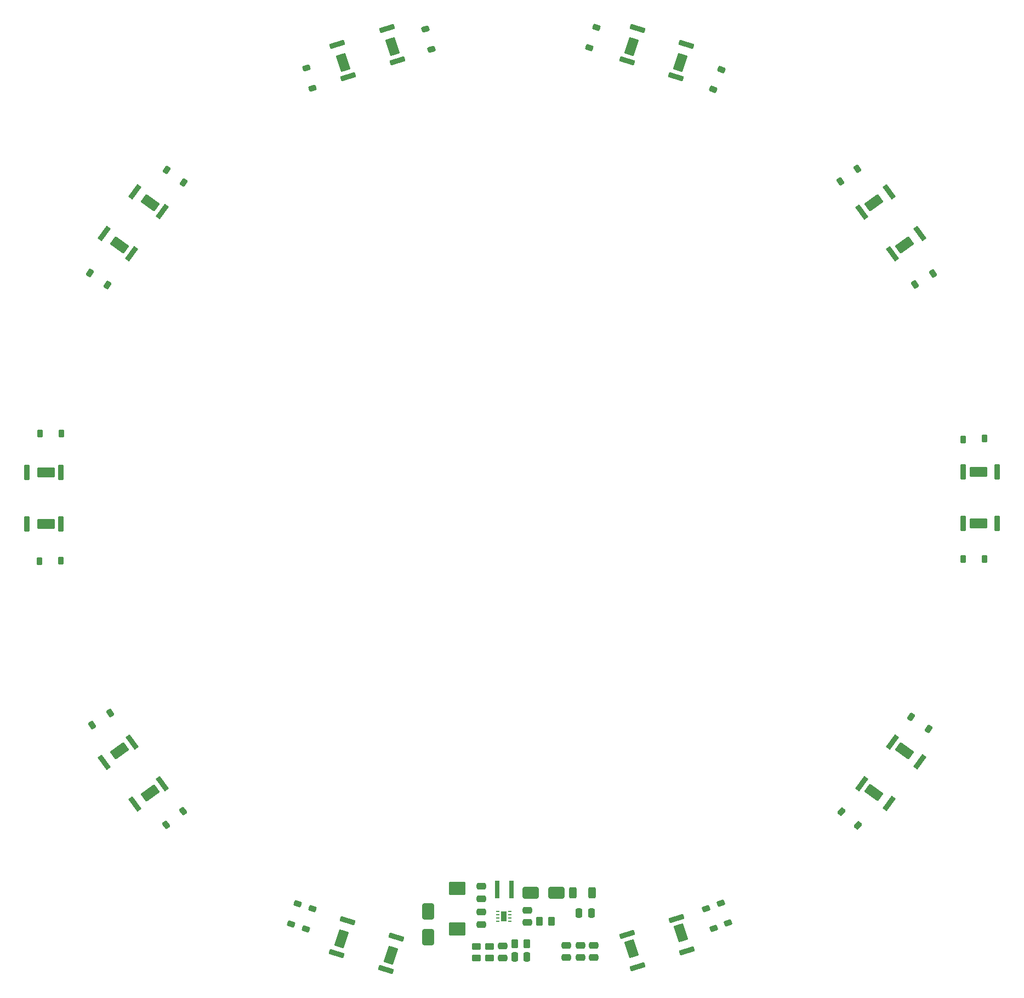
<source format=gbr>
%TF.GenerationSoftware,KiCad,Pcbnew,9.0.6*%
%TF.CreationDate,2026-01-21T21:36:57+08:00*%
%TF.ProjectId,Ledx10,4c656478-3130-42e6-9b69-6361645f7063,rev?*%
%TF.SameCoordinates,Original*%
%TF.FileFunction,Paste,Top*%
%TF.FilePolarity,Positive*%
%FSLAX46Y46*%
G04 Gerber Fmt 4.6, Leading zero omitted, Abs format (unit mm)*
G04 Created by KiCad (PCBNEW 9.0.6) date 2026-01-21 21:36:57*
%MOMM*%
%LPD*%
G01*
G04 APERTURE LIST*
G04 Aperture macros list*
%AMRoundRect*
0 Rectangle with rounded corners*
0 $1 Rounding radius*
0 $2 $3 $4 $5 $6 $7 $8 $9 X,Y pos of 4 corners*
0 Add a 4 corners polygon primitive as box body*
4,1,4,$2,$3,$4,$5,$6,$7,$8,$9,$2,$3,0*
0 Add four circle primitives for the rounded corners*
1,1,$1+$1,$2,$3*
1,1,$1+$1,$4,$5*
1,1,$1+$1,$6,$7*
1,1,$1+$1,$8,$9*
0 Add four rect primitives between the rounded corners*
20,1,$1+$1,$2,$3,$4,$5,0*
20,1,$1+$1,$4,$5,$6,$7,0*
20,1,$1+$1,$6,$7,$8,$9,0*
20,1,$1+$1,$8,$9,$2,$3,0*%
G04 Aperture macros list end*
%ADD10RoundRect,0.225000X0.225000X0.375000X-0.225000X0.375000X-0.225000X-0.375000X0.225000X-0.375000X0*%
%ADD11RoundRect,0.225000X0.424398X-0.105529X0.292831X0.324808X-0.424398X0.105529X-0.292831X-0.324808X0*%
%ADD12RoundRect,0.250000X0.475000X-0.250000X0.475000X0.250000X-0.475000X0.250000X-0.475000X-0.250000X0*%
%ADD13RoundRect,0.250000X-0.250000X-0.475000X0.250000X-0.475000X0.250000X0.475000X-0.250000X0.475000X0*%
%ADD14RoundRect,0.100000X-0.300000X-1.100000X0.300000X-1.100000X0.300000X1.100000X-0.300000X1.100000X0*%
%ADD15RoundRect,0.100000X-1.215000X-0.660000X1.215000X-0.660000X1.215000X0.660000X-1.215000X0.660000X0*%
%ADD16RoundRect,0.100000X1.138867X0.054602X0.953457X0.625236X-1.138867X-0.054602X-0.953457X-0.625236X0*%
%ADD17RoundRect,0.100000X1.003153X-0.951582X0.252242X1.359485X-1.003153X0.951582X-0.252242X-1.359485X0*%
%ADD18RoundRect,0.250000X1.045000X-0.785000X1.045000X0.785000X-1.045000X0.785000X-1.045000X-0.785000X0*%
%ADD19RoundRect,0.225000X-0.061137X0.433027X-0.410853X0.149833X0.061137X-0.433027X0.410853X-0.149833X0*%
%ADD20RoundRect,0.100000X-0.953457X0.625236X-1.138867X0.054602X0.953457X-0.625236X1.138867X-0.054602X0*%
%ADD21RoundRect,0.100000X-0.252242X1.359485X-1.003153X-0.951582X0.252242X-1.359485X1.003153X0.951582X0*%
%ADD22RoundRect,0.100000X0.403859X-1.066254X0.889269X-0.713583X-0.403859X1.066254X-0.889269X0.713583X0*%
%ADD23RoundRect,0.100000X-0.595017X-1.248110X1.370894X0.180208X0.595017X1.248110X-1.370894X-0.180208X0*%
%ADD24RoundRect,0.100000X-0.889269X-0.713583X-0.403859X-1.066254X0.889269X0.713583X0.403859X1.066254X0*%
%ADD25RoundRect,0.100000X-1.370894X0.180208X0.595017X-1.248110X1.370894X-0.180208X-0.595017X1.248110X0*%
%ADD26RoundRect,0.250000X0.450000X-0.262500X0.450000X0.262500X-0.450000X0.262500X-0.450000X-0.262500X0*%
%ADD27R,0.500000X0.250000*%
%ADD28R,0.900000X1.600000*%
%ADD29RoundRect,0.250000X-0.650000X1.000000X-0.650000X-1.000000X0.650000X-1.000000X0.650000X1.000000X0*%
%ADD30RoundRect,0.225000X-0.399400X-0.178127X-0.030782X-0.436237X0.399400X0.178127X0.030782X0.436237X0*%
%ADD31RoundRect,0.225000X0.396231X0.185071X0.023164X0.436707X-0.396231X-0.185071X-0.023164X-0.436707X0*%
%ADD32RoundRect,0.225000X0.287117X-0.329869X0.426175X0.098106X-0.287117X0.329869X-0.426175X-0.098106X0*%
%ADD33RoundRect,0.250000X-0.475000X0.250000X-0.475000X-0.250000X0.475000X-0.250000X0.475000X0.250000X0*%
%ADD34RoundRect,0.225000X0.218421X0.378870X-0.231510X0.371016X-0.218421X-0.378870X0.231510X-0.371016X0*%
%ADD35RoundRect,0.250000X1.000000X0.650000X-1.000000X0.650000X-1.000000X-0.650000X1.000000X-0.650000X0*%
%ADD36RoundRect,0.100000X0.889269X0.713583X0.403859X1.066254X-0.889269X-0.713583X-0.403859X-1.066254X0*%
%ADD37RoundRect,0.100000X1.370894X-0.180208X-0.595017X1.248110X-1.370894X0.180208X0.595017X-1.248110X0*%
%ADD38RoundRect,0.100000X0.300000X1.100000X-0.300000X1.100000X-0.300000X-1.100000X0.300000X-1.100000X0*%
%ADD39RoundRect,0.100000X1.215000X0.660000X-1.215000X0.660000X-1.215000X-0.660000X1.215000X-0.660000X0*%
%ADD40RoundRect,0.250000X-0.312500X-0.625000X0.312500X-0.625000X0.312500X0.625000X-0.312500X0.625000X0*%
%ADD41RoundRect,0.100000X-1.138867X-0.054602X-0.953457X-0.625236X1.138867X0.054602X0.953457X0.625236X0*%
%ADD42RoundRect,0.100000X-1.003153X0.951582X-0.252242X-1.359485X1.003153X-0.951582X0.252242X1.359485X0*%
%ADD43RoundRect,0.225000X-0.413405X-0.142639X-0.068685X-0.431894X0.413405X0.142639X0.068685X0.431894X0*%
%ADD44RoundRect,0.100000X-0.403859X1.066254X-0.889269X0.713583X0.403859X-1.066254X0.889269X-0.713583X0*%
%ADD45RoundRect,0.100000X0.595017X1.248110X-1.370894X-0.180208X-0.595017X-1.248110X1.370894X0.180208X0*%
%ADD46RoundRect,0.250000X0.262500X0.450000X-0.262500X0.450000X-0.262500X-0.450000X0.262500X-0.450000X0*%
%ADD47RoundRect,0.225000X0.007909X-0.437250X0.389531X-0.198786X-0.007909X0.437250X-0.389531X0.198786X0*%
%ADD48RoundRect,0.225000X0.263407X-0.349094X0.431980X0.068139X-0.263407X0.349094X-0.431980X-0.068139X0*%
%ADD49RoundRect,0.225000X-0.225000X-0.375000X0.225000X-0.375000X0.225000X0.375000X-0.225000X0.375000X0*%
%ADD50R,0.800000X2.700000*%
%ADD51RoundRect,0.225000X-0.211776X-0.382624X0.237950X-0.366919X0.211776X0.382624X-0.237950X0.366919X0*%
%ADD52RoundRect,0.225000X-0.429339X0.083173X-0.275430X-0.339688X0.429339X-0.083173X0.275430X0.339688X0*%
%ADD53RoundRect,0.250000X-0.262500X-0.450000X0.262500X-0.450000X0.262500X0.450000X-0.262500X0.450000X0*%
%ADD54RoundRect,0.225000X0.402448X0.171130X0.038391X0.435633X-0.402448X-0.171130X-0.038391X-0.435633X0*%
%ADD55RoundRect,0.225000X-0.015539X0.437045X-0.392941X0.191958X0.015539X-0.437045X0.392941X-0.191958X0*%
%ADD56RoundRect,0.225000X0.422492X-0.112920X0.298455X0.319648X-0.422492X0.112920X-0.298455X-0.319648X0*%
%ADD57RoundRect,0.225000X0.281317X-0.334830X0.427822X0.090654X-0.281317X0.334830X-0.427822X-0.090654X0*%
%ADD58RoundRect,0.225000X0.038391X-0.435633X0.402448X-0.171130X-0.038391X0.435633X-0.402448X0.171130X0*%
G04 APERTURE END LIST*
D10*
%TO.C,D11*%
X28218400Y-87477600D03*
X24918400Y-87477600D03*
%TD*%
D11*
%TO.C,D18*%
X67005014Y-34166095D03*
X66040186Y-31010305D03*
%TD*%
D12*
%TO.C,C6*%
X100126800Y-163003800D03*
X100126800Y-161103800D03*
%TD*%
D13*
%TO.C,C7*%
X108137600Y-161569400D03*
X110037600Y-161569400D03*
%TD*%
D12*
%TO.C,C4*%
X96367600Y-168520200D03*
X96367600Y-166620200D03*
%TD*%
D14*
%TO.C,D39*%
X22884100Y-101434900D03*
X28154100Y-101434900D03*
D15*
X25819100Y-101434900D03*
%TD*%
D16*
%TO.C,D1*%
X117170200Y-169875200D03*
X115541683Y-164863135D03*
D17*
X116263235Y-167083849D03*
%TD*%
D18*
%TO.C,C2*%
X89357200Y-163993400D03*
X89357200Y-157753400D03*
%TD*%
D19*
%TO.C,D8*%
X46976891Y-145799022D03*
X44412309Y-147875778D03*
%TD*%
D20*
%TO.C,D36*%
X117170200Y-24866600D03*
X115541682Y-29878668D03*
D21*
X116263236Y-27657951D03*
%TD*%
D22*
%TO.C,D40*%
X39547800Y-144703800D03*
X43811314Y-141606150D03*
D23*
X41922264Y-142978632D03*
%TD*%
D24*
%TO.C,D13*%
X39547800Y-50088800D03*
X43811338Y-53186418D03*
D25*
X41922283Y-51813944D03*
%TD*%
D22*
%TO.C,D7*%
X34833449Y-138233767D03*
X39096957Y-135136122D03*
D23*
X37207911Y-136508600D03*
%TD*%
D26*
%TO.C,R1*%
X92303600Y-168502700D03*
X92303600Y-166677700D03*
%TD*%
D14*
%TO.C,D10*%
X22884101Y-93433900D03*
X28154101Y-93433900D03*
D15*
X25819101Y-93433900D03*
%TD*%
D13*
%TO.C,C5*%
X98211600Y-168290200D03*
X100111600Y-168290200D03*
%TD*%
D27*
%TO.C,U1*%
X95570000Y-161291800D03*
X95570000Y-161791800D03*
X95570000Y-162291800D03*
X95570000Y-162791800D03*
X97470000Y-162791800D03*
X97470000Y-162291800D03*
X97470000Y-161791800D03*
X97470000Y-161291800D03*
D28*
X96520000Y-162041800D03*
%TD*%
D29*
%TO.C,D32*%
X84836000Y-161311800D03*
X84836000Y-165311800D03*
%TD*%
D30*
%TO.C,D30*%
X159455795Y-131209787D03*
X162159005Y-133102613D03*
%TD*%
D31*
%TO.C,D15*%
X35353108Y-64498862D03*
X32617292Y-62653538D03*
%TD*%
D32*
%TO.C,D6*%
X65987322Y-164002244D03*
X67007078Y-160863756D03*
%TD*%
D33*
%TO.C,C8*%
X106197400Y-166507400D03*
X106197400Y-168407400D03*
%TD*%
D20*
%TO.C,D41*%
X79951764Y-165261546D03*
X78323246Y-170273614D03*
D21*
X79044800Y-168052897D03*
%TD*%
D34*
%TO.C,D12*%
X28116553Y-107108414D03*
X24817047Y-107165986D03*
%TD*%
D35*
%TO.C,D19*%
X104666800Y-158435000D03*
X100666800Y-158435000D03*
%TD*%
D36*
%TO.C,D33*%
X160809830Y-138213213D03*
X156546314Y-135115599D03*
D37*
X158435369Y-136488073D03*
%TD*%
D38*
%TO.C,D34*%
X172746697Y-93383100D03*
X167476697Y-93383100D03*
D39*
X169811697Y-93383100D03*
%TD*%
D40*
%TO.C,R5*%
X107198700Y-158445200D03*
X110123700Y-158445200D03*
%TD*%
D41*
%TO.C,D16*%
X78455018Y-24897762D03*
X80083535Y-29909827D03*
D42*
X79361983Y-27689113D03*
%TD*%
D12*
%TO.C,C10*%
X110413800Y-168407400D03*
X110413800Y-166507400D03*
%TD*%
D26*
%TO.C,R2*%
X94284800Y-168502700D03*
X94284800Y-166677700D03*
%TD*%
D43*
%TO.C,D31*%
X148697624Y-145903800D03*
X151225576Y-148025000D03*
%TD*%
D44*
%TO.C,D35*%
X156072949Y-50132632D03*
X151809435Y-53230282D03*
D45*
X153698485Y-51857800D03*
%TD*%
D20*
%TO.C,D4*%
X72357164Y-162765849D03*
X70728646Y-167777917D03*
D21*
X71450200Y-165557200D03*
%TD*%
D33*
%TO.C,C3*%
X93014800Y-161396600D03*
X93014800Y-163296600D03*
%TD*%
D46*
%TO.C,R3*%
X100074100Y-166258200D03*
X98249100Y-166258200D03*
%TD*%
D12*
%TO.C,C9*%
X108356400Y-168407400D03*
X108356400Y-166507400D03*
%TD*%
D41*
%TO.C,D37*%
X70819065Y-27349580D03*
X72447602Y-32361636D03*
D42*
X71726041Y-30140933D03*
%TD*%
D32*
%TO.C,D5*%
X63701322Y-163214844D03*
X64721078Y-160076356D03*
%TD*%
D47*
%TO.C,D24*%
X159992320Y-64450567D03*
X162790880Y-62701833D03*
%TD*%
D48*
%TO.C,D21*%
X128896499Y-34321253D03*
X130132701Y-31261547D03*
%TD*%
D49*
%TO.C,D27*%
X167514009Y-106857809D03*
X170813991Y-106857791D03*
%TD*%
D50*
%TO.C,L1*%
X95470800Y-157927000D03*
X97670800Y-157927000D03*
%TD*%
D38*
%TO.C,D26*%
X172746700Y-101384100D03*
X167476700Y-101384100D03*
D39*
X169811700Y-101384100D03*
%TD*%
D51*
%TO.C,D28*%
X167438807Y-88373399D03*
X170736793Y-88258201D03*
%TD*%
D52*
%TO.C,D2*%
X130023060Y-159999827D03*
X131151726Y-163100813D03*
%TD*%
D44*
%TO.C,D23*%
X160822743Y-56584252D03*
X156559239Y-59681882D03*
D45*
X158448289Y-58309401D03*
%TD*%
D12*
%TO.C,C1*%
X93014800Y-159334200D03*
X93014800Y-157434200D03*
%TD*%
D52*
%TO.C,D3*%
X127807267Y-160831707D03*
X128935933Y-163932693D03*
%TD*%
D53*
%TO.C,R4*%
X102059100Y-162803800D03*
X103884100Y-162803800D03*
%TD*%
D54*
%TO.C,D14*%
X47105679Y-48645645D03*
X44435921Y-46705955D03*
%TD*%
D55*
%TO.C,D9*%
X35724607Y-130673346D03*
X32956993Y-132470654D03*
%TD*%
D24*
%TO.C,D38*%
X34801683Y-56592386D03*
X39065199Y-59690000D03*
D25*
X37176144Y-58317526D03*
%TD*%
D56*
%TO.C,D17*%
X85341601Y-28129082D03*
X84431999Y-24956918D03*
%TD*%
D57*
%TO.C,D22*%
X109724217Y-27874500D03*
X110798583Y-24754300D03*
%TD*%
D58*
%TO.C,D25*%
X148474321Y-48493245D03*
X151144079Y-46553555D03*
%TD*%
D16*
%TO.C,D42*%
X124790200Y-167386000D03*
X123161662Y-162373955D03*
D17*
X123883218Y-164594636D03*
%TD*%
D36*
%TO.C,D29*%
X156083000Y-144653000D03*
X151819479Y-141555367D03*
D37*
X153708533Y-142927846D03*
%TD*%
D20*
%TO.C,D20*%
X124736779Y-27367141D03*
X123108261Y-32379209D03*
D21*
X123829815Y-30158492D03*
%TD*%
M02*

</source>
